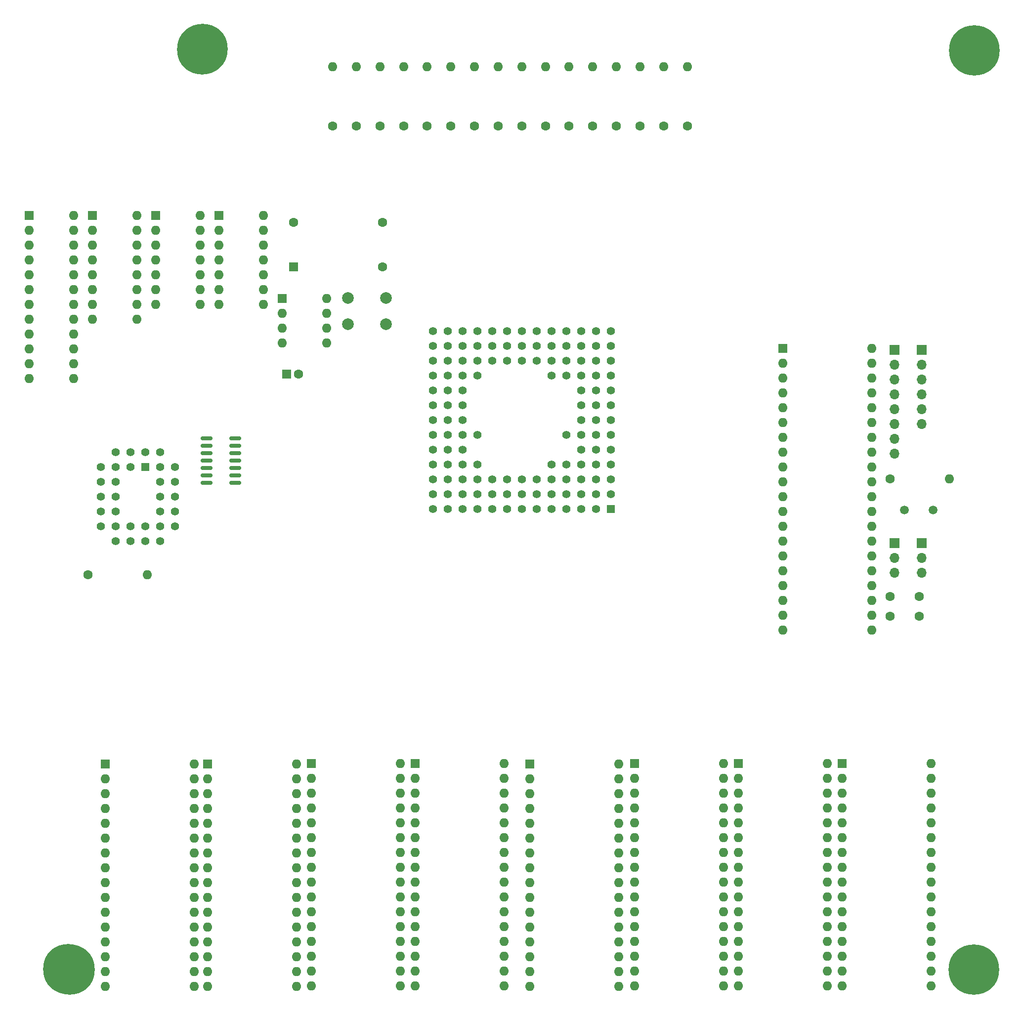
<source format=gtl>
%TF.GenerationSoftware,KiCad,Pcbnew,7.0.10*%
%TF.CreationDate,2024-01-18T14:13:19+02:00*%
%TF.ProjectId,jox030,6a6f7830-3330-42e6-9b69-6361645f7063,rev?*%
%TF.SameCoordinates,Original*%
%TF.FileFunction,Copper,L1,Top*%
%TF.FilePolarity,Positive*%
%FSLAX46Y46*%
G04 Gerber Fmt 4.6, Leading zero omitted, Abs format (unit mm)*
G04 Created by KiCad (PCBNEW 7.0.10) date 2024-01-18 14:13:19*
%MOMM*%
%LPD*%
G01*
G04 APERTURE LIST*
G04 Aperture macros list*
%AMRoundRect*
0 Rectangle with rounded corners*
0 $1 Rounding radius*
0 $2 $3 $4 $5 $6 $7 $8 $9 X,Y pos of 4 corners*
0 Add a 4 corners polygon primitive as box body*
4,1,4,$2,$3,$4,$5,$6,$7,$8,$9,$2,$3,0*
0 Add four circle primitives for the rounded corners*
1,1,$1+$1,$2,$3*
1,1,$1+$1,$4,$5*
1,1,$1+$1,$6,$7*
1,1,$1+$1,$8,$9*
0 Add four rect primitives between the rounded corners*
20,1,$1+$1,$2,$3,$4,$5,0*
20,1,$1+$1,$4,$5,$6,$7,0*
20,1,$1+$1,$6,$7,$8,$9,0*
20,1,$1+$1,$8,$9,$2,$3,0*%
G04 Aperture macros list end*
%TA.AperFunction,ComponentPad*%
%ADD10C,1.500000*%
%TD*%
%TA.AperFunction,ComponentPad*%
%ADD11R,1.600000X1.600000*%
%TD*%
%TA.AperFunction,ComponentPad*%
%ADD12O,1.600000X1.600000*%
%TD*%
%TA.AperFunction,ComponentPad*%
%ADD13R,1.397000X1.397000*%
%TD*%
%TA.AperFunction,ComponentPad*%
%ADD14C,1.397000*%
%TD*%
%TA.AperFunction,ComponentPad*%
%ADD15C,1.600000*%
%TD*%
%TA.AperFunction,ComponentPad*%
%ADD16R,1.700000X1.700000*%
%TD*%
%TA.AperFunction,ComponentPad*%
%ADD17O,1.700000X1.700000*%
%TD*%
%TA.AperFunction,SMDPad,CuDef*%
%ADD18RoundRect,0.150000X-0.825000X-0.150000X0.825000X-0.150000X0.825000X0.150000X-0.825000X0.150000X0*%
%TD*%
%TA.AperFunction,ComponentPad*%
%ADD19R,1.422400X1.422400*%
%TD*%
%TA.AperFunction,ComponentPad*%
%ADD20C,1.422400*%
%TD*%
%TA.AperFunction,ComponentPad*%
%ADD21C,0.900000*%
%TD*%
%TA.AperFunction,ComponentPad*%
%ADD22C,8.600000*%
%TD*%
%TA.AperFunction,ComponentPad*%
%ADD23C,2.000000*%
%TD*%
G04 APERTURE END LIST*
D10*
%TO.P,Y1,1,1*%
%TO.N,Net-(U16-X2)*%
X168170000Y-98820000D03*
%TO.P,Y1,2,2*%
%TO.N,Net-(U16-X1{slash}CLK)*%
X173070000Y-98820000D03*
%TD*%
D11*
%TO.P,U16,1,RS1*%
%TO.N,/A0*%
X147320000Y-71120000D03*
D12*
%TO.P,U16,2,IP3*%
%TO.N,Net-(J2-Pin_4)*%
X147320000Y-73660000D03*
%TO.P,U16,3,RS2*%
%TO.N,/A1*%
X147320000Y-76200000D03*
%TO.P,U16,4,IP1*%
%TO.N,Net-(J2-Pin_2)*%
X147320000Y-78740000D03*
%TO.P,U16,5,RS3*%
%TO.N,/A2*%
X147320000Y-81280000D03*
%TO.P,U16,6,RS4*%
%TO.N,/A3*%
X147320000Y-83820000D03*
%TO.P,U16,7,IP0*%
%TO.N,Net-(J2-Pin_1)*%
X147320000Y-86360000D03*
%TO.P,U16,8,R/W*%
%TO.N,/R\u002C~{W}*%
X147320000Y-88900000D03*
%TO.P,U16,9,DTACK*%
%TO.N,/{slash}UDTACK*%
X147320000Y-91440000D03*
%TO.P,U16,10,RXDB*%
%TO.N,Net-(J4-Pin_2)*%
X147320000Y-93980000D03*
%TO.P,U16,11,TXDB*%
%TO.N,Net-(J4-Pin_1)*%
X147320000Y-96520000D03*
%TO.P,U16,12,OP1*%
%TO.N,Net-(J1-Pin_2)*%
X147320000Y-99060000D03*
%TO.P,U16,13,OP3*%
%TO.N,Net-(J1-Pin_4)*%
X147320000Y-101600000D03*
%TO.P,U16,14,OP5*%
%TO.N,Net-(J1-Pin_6)*%
X147320000Y-104140000D03*
%TO.P,U16,15,OP7*%
%TO.N,Net-(J1-Pin_8)*%
X147320000Y-106680000D03*
%TO.P,U16,16,D1*%
%TO.N,/D25*%
X147320000Y-109220000D03*
%TO.P,U16,17,D3*%
%TO.N,/D27*%
X147320000Y-111760000D03*
%TO.P,U16,18,D5*%
%TO.N,/D29*%
X147320000Y-114300000D03*
%TO.P,U16,19,D7*%
%TO.N,/D31*%
X147320000Y-116840000D03*
%TO.P,U16,20,GND*%
%TO.N,GND*%
X147320000Y-119380000D03*
%TO.P,U16,21,IRQ*%
%TO.N,/{slash}INT5*%
X162560000Y-119380000D03*
%TO.P,U16,22,D6*%
%TO.N,/D30*%
X162560000Y-116840000D03*
%TO.P,U16,23,D4*%
%TO.N,/D28*%
X162560000Y-114300000D03*
%TO.P,U16,24,D2*%
%TO.N,/D26*%
X162560000Y-111760000D03*
%TO.P,U16,25,D0*%
%TO.N,/D24*%
X162560000Y-109220000D03*
%TO.P,U16,26,OP6*%
%TO.N,Net-(J1-Pin_7)*%
X162560000Y-106680000D03*
%TO.P,U16,27,OP4*%
%TO.N,Net-(J1-Pin_5)*%
X162560000Y-104140000D03*
%TO.P,U16,28,OP2*%
%TO.N,Net-(J1-Pin_3)*%
X162560000Y-101600000D03*
%TO.P,U16,29,OP0*%
%TO.N,Net-(J1-Pin_1)*%
X162560000Y-99060000D03*
%TO.P,U16,30,TXDA*%
%TO.N,Net-(J3-Pin_1)*%
X162560000Y-96520000D03*
%TO.P,U16,31,RXDA*%
%TO.N,Net-(J3-Pin_2)*%
X162560000Y-93980000D03*
%TO.P,U16,32,X1/CLK*%
%TO.N,Net-(U16-X1{slash}CLK)*%
X162560000Y-91440000D03*
%TO.P,U16,33,X2*%
%TO.N,Net-(U16-X2)*%
X162560000Y-88900000D03*
%TO.P,U16,34,RESET*%
%TO.N,/~{RST}*%
X162560000Y-86360000D03*
%TO.P,U16,35,CS*%
%TO.N,/DUART*%
X162560000Y-83820000D03*
%TO.P,U16,36,IP2*%
%TO.N,Net-(J2-Pin_3)*%
X162560000Y-81280000D03*
%TO.P,U16,37,IACK*%
%TO.N,Net-(U16-IACK)*%
X162560000Y-78740000D03*
%TO.P,U16,38,IP5*%
%TO.N,Net-(J2-Pin_6)*%
X162560000Y-76200000D03*
%TO.P,U16,39,IP4*%
%TO.N,Net-(J2-Pin_5)*%
X162560000Y-73660000D03*
%TO.P,U16,40,VCC*%
%TO.N,+5V*%
X162560000Y-71120000D03*
%TD*%
D13*
%TO.P,U1,A1,BR*%
%TO.N,Net-(U1-BR)*%
X117892000Y-98620000D03*
D14*
%TO.P,U1,A2,A0*%
%TO.N,/A0*%
X115352000Y-98620000D03*
%TO.P,U1,A3,A30*%
%TO.N,/A30*%
X112812000Y-98620000D03*
%TO.P,U1,A4,A28*%
%TO.N,/A28*%
X110272000Y-98620000D03*
%TO.P,U1,A5,A26*%
%TO.N,/A26*%
X107732000Y-98620000D03*
%TO.P,U1,A6,A24*%
%TO.N,/A24*%
X105192000Y-98620000D03*
%TO.P,U1,A7,A23*%
%TO.N,/A23*%
X102652000Y-98620000D03*
%TO.P,U1,A8,A21*%
%TO.N,/A21*%
X100112000Y-98620000D03*
%TO.P,U1,A9,A19*%
%TO.N,/A19*%
X97572000Y-98620000D03*
%TO.P,U1,A10,A17*%
%TO.N,/A17*%
X95032000Y-98620000D03*
%TO.P,U1,A11,A15*%
%TO.N,/A15*%
X92492000Y-98620000D03*
%TO.P,U1,A12,A13*%
%TO.N,/A13*%
X89952000Y-98620000D03*
%TO.P,U1,A13,A10*%
%TO.N,/A10*%
X87412000Y-98620000D03*
%TO.P,U1,B1,RMC*%
%TO.N,unconnected-(U1-RMC-PadB1)*%
X117892000Y-96080000D03*
%TO.P,U1,B2,BG*%
%TO.N,unconnected-(U1-BG-PadB2)*%
X115352000Y-96080000D03*
%TO.P,U1,B3,A31*%
%TO.N,/A31*%
X112812000Y-96080000D03*
%TO.P,U1,B4,A29*%
%TO.N,/A29*%
X110272000Y-96080000D03*
%TO.P,U1,B5,A27*%
%TO.N,/A27*%
X107732000Y-96080000D03*
%TO.P,U1,B6,A25*%
%TO.N,/A25*%
X105192000Y-96080000D03*
%TO.P,U1,B7,A22*%
%TO.N,/A22*%
X102652000Y-96080000D03*
%TO.P,U1,B8,A20*%
%TO.N,/A20*%
X100112000Y-96080000D03*
%TO.P,U1,B9,A16*%
%TO.N,/A16*%
X97572000Y-96080000D03*
%TO.P,U1,B10,A14*%
%TO.N,/A14*%
X95032000Y-96080000D03*
%TO.P,U1,B11,A12*%
%TO.N,/A12*%
X92492000Y-96080000D03*
%TO.P,U1,B12,A8*%
%TO.N,/A8*%
X89952000Y-96080000D03*
%TO.P,U1,B13,A7*%
%TO.N,/A7*%
X87412000Y-96080000D03*
%TO.P,U1,C1,FC1*%
%TO.N,Net-(U1-FC1)*%
X117892000Y-93540000D03*
%TO.P,U1,C2,CIOUT*%
%TO.N,unconnected-(U1-CIOUT-PadC2)*%
X115352000Y-93540000D03*
%TO.P,U1,C3,BGACK*%
%TO.N,Net-(U1-BGACK)*%
X112812000Y-93540000D03*
%TO.P,U1,C4,A1*%
%TO.N,/A1*%
X110272000Y-93540000D03*
%TO.P,U1,C5,GND*%
%TO.N,GND*%
X107732000Y-93540000D03*
%TO.P,U1,C6,VCC*%
%TO.N,+5V*%
X105192000Y-93540000D03*
%TO.P,U1,C7,GND*%
%TO.N,GND*%
X102652000Y-93540000D03*
%TO.P,U1,C8,A18*%
%TO.N,/A18*%
X100112000Y-93540000D03*
%TO.P,U1,C9,GND*%
%TO.N,GND*%
X97572000Y-93540000D03*
%TO.P,U1,C10,A11*%
%TO.N,/A11*%
X95032000Y-93540000D03*
%TO.P,U1,C11,A9*%
%TO.N,/A9*%
X92492000Y-93540000D03*
%TO.P,U1,C12,A5*%
%TO.N,/A5*%
X89952000Y-93540000D03*
%TO.P,U1,C13,A4*%
%TO.N,/A4*%
X87412000Y-93540000D03*
%TO.P,U1,D1,FC2*%
%TO.N,Net-(U1-FC2)*%
X117892000Y-91000000D03*
%TO.P,U1,D2,FC0*%
%TO.N,Net-(U1-FC0)*%
X115352000Y-91000000D03*
%TO.P,U1,D3,OCS*%
%TO.N,unconnected-(U1-OCS-PadD3)*%
X112812000Y-91000000D03*
%TO.P,U1,D4,VCC*%
%TO.N,+5V*%
X110272000Y-91000000D03*
%TO.P,U1,D5,NC*%
%TO.N,unconnected-(U1-NC-PadD5)*%
X107732000Y-91000000D03*
%TO.P,U1,D10,VCC*%
%TO.N,+5V*%
X95032000Y-91000000D03*
%TO.P,U1,D11,A6*%
%TO.N,/A6*%
X92492000Y-91000000D03*
%TO.P,U1,D12,A3*%
%TO.N,/A3*%
X89952000Y-91000000D03*
%TO.P,U1,D13,A2*%
%TO.N,/A2*%
X87412000Y-91000000D03*
%TO.P,U1,E1,CLK*%
%TO.N,Net-(U1-CLK)*%
X117892000Y-88460000D03*
%TO.P,U1,E2,AVEC*%
%TO.N,Net-(U1-AVEC)*%
X115352000Y-88460000D03*
%TO.P,U1,E3,GND*%
%TO.N,GND*%
X112812000Y-88460000D03*
%TO.P,U1,E11,GND*%
X92492000Y-88460000D03*
%TO.P,U1,E12,NC*%
%TO.N,unconnected-(U1-NC-PadE12)*%
X89952000Y-88460000D03*
%TO.P,U1,E13,IPEND*%
%TO.N,unconnected-(U1-IPEND-PadE13)*%
X87412000Y-88460000D03*
%TO.P,U1,F1,DSACK0*%
%TO.N,unconnected-(U1-DSACK0-PadF1)*%
X117892000Y-85920000D03*
%TO.P,U1,F2,VCC*%
%TO.N,+5V*%
X115352000Y-85920000D03*
%TO.P,U1,F3,GND*%
%TO.N,GND*%
X112812000Y-85920000D03*
%TO.P,U1,F4,NC*%
%TO.N,unconnected-(U1-NC-PadF4)*%
X110272000Y-85920000D03*
%TO.P,U1,F10,NC*%
%TO.N,unconnected-(U1-NC-PadF10)*%
X95032000Y-85920000D03*
%TO.P,U1,F11,VCC*%
%TO.N,+5V*%
X92492000Y-85920000D03*
%TO.P,U1,F12,RESET*%
%TO.N,/~{RST}*%
X89952000Y-85920000D03*
%TO.P,U1,F13,MMUDIS*%
%TO.N,Net-(U1-MMUDIS)*%
X87412000Y-85920000D03*
%TO.P,U1,G1,STERM*%
%TO.N,Net-(U1-STERM)*%
X117892000Y-83380000D03*
%TO.P,U1,G2,DSACK1*%
%TO.N,unconnected-(U1-DSACK1-PadG2)*%
X115352000Y-83380000D03*
%TO.P,U1,G3,GND*%
%TO.N,GND*%
X112812000Y-83380000D03*
%TO.P,U1,G11,GND*%
X92492000Y-83380000D03*
%TO.P,U1,G12,IPL2*%
%TO.N,/~{IPL2}*%
X89952000Y-83380000D03*
%TO.P,U1,G13,IPL1*%
%TO.N,/~{IPL1}*%
X87412000Y-83380000D03*
%TO.P,U1,H1,BERR*%
%TO.N,unconnected-(U1-BERR-PadH1)*%
X117892000Y-80840000D03*
%TO.P,U1,H2,HALT*%
%TO.N,Net-(U1-HALT)*%
X115352000Y-80840000D03*
%TO.P,U1,H3,VCC*%
%TO.N,+5V*%
X112812000Y-80840000D03*
%TO.P,U1,H11,VCC*%
X92492000Y-80840000D03*
%TO.P,U1,H12,CDIS*%
%TO.N,Net-(U1-CDIS)*%
X89952000Y-80840000D03*
%TO.P,U1,H13,IPL0*%
%TO.N,/~{IPL0}*%
X87412000Y-80840000D03*
%TO.P,U1,J1,CBACK*%
%TO.N,Net-(U1-CBACK)*%
X117892000Y-78300000D03*
%TO.P,U1,J2,AS*%
%TO.N,unconnected-(U1-AS-PadJ2)*%
X115352000Y-78300000D03*
%TO.P,U1,J3,GND*%
%TO.N,GND*%
X112812000Y-78300000D03*
%TO.P,U1,J11,GND*%
X92492000Y-78300000D03*
%TO.P,U1,J12,STATUS*%
%TO.N,unconnected-(U1-STATUS-PadJ12)*%
X89952000Y-78300000D03*
%TO.P,U1,J13,REFILL*%
%TO.N,unconnected-(U1-REFILL-PadJ13)*%
X87412000Y-78300000D03*
%TO.P,U1,K1,CBREQ*%
%TO.N,unconnected-(U1-CBREQ-PadK1)*%
X117892000Y-75760000D03*
%TO.P,U1,K2,DS*%
%TO.N,/{slash}DS*%
X115352000Y-75760000D03*
%TO.P,U1,K3,SIZ1*%
%TO.N,/SIZ1*%
X112812000Y-75760000D03*
%TO.P,U1,K4,VCC*%
%TO.N,+5V*%
X110272000Y-75760000D03*
%TO.P,U1,K5,NC*%
%TO.N,unconnected-(U1-NC-PadK5)*%
X107732000Y-75760000D03*
%TO.P,U1,K10,VCC*%
%TO.N,+5V*%
X95032000Y-75760000D03*
%TO.P,U1,K11,D5*%
%TO.N,/D5*%
X92492000Y-75760000D03*
%TO.P,U1,K12,D1*%
%TO.N,/D1*%
X89952000Y-75760000D03*
%TO.P,U1,K13,D0*%
%TO.N,/D0*%
X87412000Y-75760000D03*
%TO.P,U1,L1,CIIN*%
%TO.N,Net-(U1-CIIN)*%
X117892000Y-73220000D03*
%TO.P,U1,L2,SIZ0*%
%TO.N,/SIZ0*%
X115352000Y-73220000D03*
%TO.P,U1,L3,R/W*%
%TO.N,/R{slash}W*%
X112812000Y-73220000D03*
%TO.P,U1,L4,D30*%
%TO.N,/D30*%
X110272000Y-73220000D03*
%TO.P,U1,L5,GND*%
%TO.N,GND*%
X107732000Y-73220000D03*
%TO.P,U1,L6,VCC*%
%TO.N,+5V*%
X105192000Y-73220000D03*
%TO.P,U1,L7,GND*%
%TO.N,GND*%
X102652000Y-73220000D03*
%TO.P,U1,L8,GND*%
X100112000Y-73220000D03*
%TO.P,U1,L9,GND*%
X97572000Y-73220000D03*
%TO.P,U1,L10,D10*%
%TO.N,/D10*%
X95032000Y-73220000D03*
%TO.P,U1,L11,D7*%
%TO.N,/D7*%
X92492000Y-73220000D03*
%TO.P,U1,L12,D4*%
%TO.N,/D4*%
X89952000Y-73220000D03*
%TO.P,U1,L13,D2*%
%TO.N,/D2*%
X87412000Y-73220000D03*
%TO.P,U1,M1,DBEN*%
%TO.N,unconnected-(U1-DBEN-PadM1)*%
X117892000Y-70680000D03*
%TO.P,U1,M2,ECS*%
%TO.N,unconnected-(U1-ECS-PadM2)*%
X115352000Y-70680000D03*
%TO.P,U1,M3,D29*%
%TO.N,/D29*%
X112812000Y-70680000D03*
%TO.P,U1,M4,D27*%
%TO.N,/D27*%
X110272000Y-70680000D03*
%TO.P,U1,M5,D24*%
%TO.N,/D24*%
X107732000Y-70680000D03*
%TO.P,U1,M6,D22*%
%TO.N,/D22*%
X105192000Y-70680000D03*
%TO.P,U1,M7,D20*%
%TO.N,/D20*%
X102652000Y-70680000D03*
%TO.P,U1,M8,D17*%
%TO.N,/D17*%
X100112000Y-70680000D03*
%TO.P,U1,M9,D14*%
%TO.N,/D14*%
X97572000Y-70680000D03*
%TO.P,U1,M10,D12*%
%TO.N,/D12*%
X95032000Y-70680000D03*
%TO.P,U1,M11,D9*%
%TO.N,/D9*%
X92492000Y-70680000D03*
%TO.P,U1,M12,D6*%
%TO.N,/D6*%
X89952000Y-70680000D03*
%TO.P,U1,M13,D3*%
%TO.N,/D3*%
X87412000Y-70680000D03*
%TO.P,U1,N1,D31*%
%TO.N,/D31*%
X117892000Y-68140000D03*
%TO.P,U1,N2,D28*%
%TO.N,/D28*%
X115352000Y-68140000D03*
%TO.P,U1,N3,D26*%
%TO.N,/D26*%
X112812000Y-68140000D03*
%TO.P,U1,N4,D25*%
%TO.N,/D25*%
X110272000Y-68140000D03*
%TO.P,U1,N5,D23*%
%TO.N,/D23*%
X107732000Y-68140000D03*
%TO.P,U1,N6,D21*%
%TO.N,/D21*%
X105192000Y-68140000D03*
%TO.P,U1,N7,D19*%
%TO.N,/D19*%
X102652000Y-68140000D03*
%TO.P,U1,N8,D18*%
%TO.N,/D18*%
X100112000Y-68140000D03*
%TO.P,U1,N9,D16*%
%TO.N,/D16*%
X97572000Y-68140000D03*
%TO.P,U1,N10,D15*%
%TO.N,/D15*%
X95032000Y-68140000D03*
%TO.P,U1,N11,D13*%
%TO.N,/D13*%
X92492000Y-68140000D03*
%TO.P,U1,N12,D11*%
%TO.N,/D11*%
X89952000Y-68140000D03*
%TO.P,U1,N13,D8*%
%TO.N,/D8*%
X87412000Y-68140000D03*
%TD*%
D15*
%TO.P,R18,1*%
%TO.N,+5V*%
X165720000Y-93470000D03*
D12*
%TO.P,R18,2*%
%TO.N,Net-(U16-IACK)*%
X175880000Y-93470000D03*
%TD*%
D16*
%TO.P,J4,1,Pin_1*%
%TO.N,Net-(J4-Pin_1)*%
X171120000Y-104470000D03*
D17*
%TO.P,J4,2,Pin_2*%
%TO.N,Net-(J4-Pin_2)*%
X171120000Y-107010000D03*
%TO.P,J4,3,Pin_3*%
%TO.N,GND*%
X171120000Y-109550000D03*
%TD*%
D16*
%TO.P,J3,1,Pin_1*%
%TO.N,Net-(J3-Pin_1)*%
X166470000Y-104470000D03*
D17*
%TO.P,J3,2,Pin_2*%
%TO.N,Net-(J3-Pin_2)*%
X166470000Y-107010000D03*
%TO.P,J3,3,Pin_3*%
%TO.N,GND*%
X166470000Y-109550000D03*
%TD*%
D16*
%TO.P,J2,1,Pin_1*%
%TO.N,Net-(J2-Pin_1)*%
X171120000Y-71370000D03*
D17*
%TO.P,J2,2,Pin_2*%
%TO.N,Net-(J2-Pin_2)*%
X171120000Y-73910000D03*
%TO.P,J2,3,Pin_3*%
%TO.N,Net-(J2-Pin_3)*%
X171120000Y-76450000D03*
%TO.P,J2,4,Pin_4*%
%TO.N,Net-(J2-Pin_4)*%
X171120000Y-78990000D03*
%TO.P,J2,5,Pin_5*%
%TO.N,Net-(J2-Pin_5)*%
X171120000Y-81530000D03*
%TO.P,J2,6,Pin_6*%
%TO.N,Net-(J2-Pin_6)*%
X171120000Y-84070000D03*
%TD*%
D16*
%TO.P,J1,1,Pin_1*%
%TO.N,Net-(J1-Pin_1)*%
X166470000Y-71370000D03*
D17*
%TO.P,J1,2,Pin_2*%
%TO.N,Net-(J1-Pin_2)*%
X166470000Y-73910000D03*
%TO.P,J1,3,Pin_3*%
%TO.N,Net-(J1-Pin_3)*%
X166470000Y-76450000D03*
%TO.P,J1,4,Pin_4*%
%TO.N,Net-(J1-Pin_4)*%
X166470000Y-78990000D03*
%TO.P,J1,5,Pin_5*%
%TO.N,Net-(J1-Pin_5)*%
X166470000Y-81530000D03*
%TO.P,J1,6,Pin_6*%
%TO.N,Net-(J1-Pin_6)*%
X166470000Y-84070000D03*
%TO.P,J1,7,Pin_7*%
%TO.N,Net-(J1-Pin_7)*%
X166470000Y-86610000D03*
%TO.P,J1,8,Pin_8*%
%TO.N,Net-(J1-Pin_8)*%
X166470000Y-89150000D03*
%TD*%
D15*
%TO.P,C3,1*%
%TO.N,Net-(U16-X2)*%
X165720000Y-117020000D03*
%TO.P,C3,2*%
%TO.N,GND*%
X170720000Y-117020000D03*
%TD*%
%TO.P,C2,1*%
%TO.N,Net-(U16-X1{slash}CLK)*%
X165720000Y-113570000D03*
%TO.P,C2,2*%
%TO.N,GND*%
X170720000Y-113570000D03*
%TD*%
D18*
%TO.P,U15,1*%
%TO.N,Net-(U2-Q)*%
X48635000Y-86490000D03*
%TO.P,U15,2*%
%TO.N,/~{RST}*%
X48635000Y-87760000D03*
%TO.P,U15,3*%
%TO.N,unconnected-(U15-Pad3)*%
X48635000Y-89030000D03*
%TO.P,U15,4*%
%TO.N,unconnected-(U15-Pad4)*%
X48635000Y-90300000D03*
%TO.P,U15,5*%
%TO.N,unconnected-(U15-Pad5)*%
X48635000Y-91570000D03*
%TO.P,U15,6*%
%TO.N,unconnected-(U15-Pad6)*%
X48635000Y-92840000D03*
%TO.P,U15,7,GND*%
%TO.N,GND*%
X48635000Y-94110000D03*
%TO.P,U15,8*%
%TO.N,unconnected-(U15-Pad8)*%
X53585000Y-94110000D03*
%TO.P,U15,9*%
%TO.N,unconnected-(U15-Pad9)*%
X53585000Y-92840000D03*
%TO.P,U15,10*%
%TO.N,unconnected-(U15-Pad10)*%
X53585000Y-91570000D03*
%TO.P,U15,11*%
%TO.N,unconnected-(U15-Pad11)*%
X53585000Y-90300000D03*
%TO.P,U15,12*%
%TO.N,unconnected-(U15-Pad12)*%
X53585000Y-89030000D03*
%TO.P,U15,13*%
%TO.N,unconnected-(U15-Pad13)*%
X53585000Y-87760000D03*
%TO.P,U15,14,VCC*%
%TO.N,+5V*%
X53585000Y-86490000D03*
%TD*%
D19*
%TO.P,U14,1,A18*%
%TO.N,/A18*%
X38100000Y-91440000D03*
D20*
%TO.P,U14,2,A16*%
%TO.N,/A16*%
X35560000Y-88900000D03*
%TO.P,U14,3,A15*%
%TO.N,/A15*%
X35560000Y-91440000D03*
%TO.P,U14,4,A12*%
%TO.N,/A12*%
X33020000Y-88900000D03*
%TO.P,U14,5,A7*%
%TO.N,/A7*%
X30480000Y-91440000D03*
%TO.P,U14,6,A6*%
%TO.N,/A6*%
X33020000Y-91440000D03*
%TO.P,U14,7,A5*%
%TO.N,/A5*%
X30480000Y-93980000D03*
%TO.P,U14,8,A4*%
%TO.N,/A4*%
X33020000Y-93980000D03*
%TO.P,U14,9,A3*%
%TO.N,/A3*%
X30480000Y-96520000D03*
%TO.P,U14,10,A2*%
%TO.N,/A2*%
X33020000Y-96520000D03*
%TO.P,U14,11,A1*%
%TO.N,/A1*%
X30480000Y-99060000D03*
%TO.P,U14,12,A0*%
%TO.N,/A0*%
X33020000Y-99060000D03*
%TO.P,U14,13,D0*%
%TO.N,/D24*%
X30480000Y-101600000D03*
%TO.P,U14,14,D1*%
%TO.N,/D25*%
X33020000Y-104140000D03*
%TO.P,U14,15,D2*%
%TO.N,/D26*%
X33020000Y-101600000D03*
%TO.P,U14,16,GND*%
%TO.N,GND*%
X35560000Y-104140000D03*
%TO.P,U14,17,D3*%
%TO.N,/D27*%
X35560000Y-101600000D03*
%TO.P,U14,18,D4*%
%TO.N,/D28*%
X38100000Y-104140000D03*
%TO.P,U14,19,D5*%
%TO.N,/D29*%
X38100000Y-101600000D03*
%TO.P,U14,20,D6*%
%TO.N,/D30*%
X40640000Y-104140000D03*
%TO.P,U14,21,D7*%
%TO.N,/D31*%
X43180000Y-101600000D03*
%TO.P,U14,22,CE*%
%TO.N,/{slash}ROM*%
X40640000Y-101600000D03*
%TO.P,U14,23,A10*%
%TO.N,/A10*%
X43180000Y-99060000D03*
%TO.P,U14,24,OE*%
%TO.N,/{slash}R*%
X40640000Y-99060000D03*
%TO.P,U14,25,A11*%
%TO.N,/A11*%
X43180000Y-96520000D03*
%TO.P,U14,26,A9*%
%TO.N,/A9*%
X40640000Y-96520000D03*
%TO.P,U14,27,A8*%
%TO.N,/A8*%
X43180000Y-93980000D03*
%TO.P,U14,28,A13*%
%TO.N,/A13*%
X40640000Y-93980000D03*
%TO.P,U14,29,A14*%
%TO.N,/A14*%
X43180000Y-91440000D03*
%TO.P,U14,30,A17*%
%TO.N,/A17*%
X40640000Y-88900000D03*
%TO.P,U14,31,PGM*%
%TO.N,/{slash}UUW*%
X40640000Y-91440000D03*
%TO.P,U14,32,VCC*%
%TO.N,+5V*%
X38100000Y-88900000D03*
%TD*%
D15*
%TO.P,R17,1*%
%TO.N,+5V*%
X28350000Y-109870000D03*
D12*
%TO.P,R17,2*%
%TO.N,Net-(U1-STERM)*%
X38510000Y-109870000D03*
%TD*%
D21*
%TO.P,H1,1*%
%TO.N,N/C*%
X21926581Y-177540419D03*
X22871162Y-175260000D03*
X22871162Y-179820838D03*
X25151581Y-174315419D03*
D22*
X25151581Y-177540419D03*
D21*
X25151581Y-180765419D03*
X27432000Y-175260000D03*
X27432000Y-179820838D03*
X28376581Y-177540419D03*
%TD*%
%TO.P,H2,1*%
%TO.N,N/C*%
X176866581Y-177540419D03*
X177811162Y-175260000D03*
X177811162Y-179820838D03*
X180091581Y-174315419D03*
D22*
X180091581Y-177540419D03*
D21*
X180091581Y-180765419D03*
X182372000Y-175260000D03*
X182372000Y-179820838D03*
X183316581Y-177540419D03*
%TD*%
D11*
%TO.P,X1,1,EN*%
%TO.N,+5V*%
X63500000Y-57150000D03*
D15*
%TO.P,X1,7,GND*%
%TO.N,GND*%
X78740000Y-57150000D03*
%TO.P,X1,8,OUT*%
%TO.N,Net-(U1-CLK)*%
X78740000Y-49530000D03*
%TO.P,X1,14,Vcc*%
%TO.N,+5V*%
X63500000Y-49530000D03*
%TD*%
D11*
%TO.P,U22,1,OD/CLK*%
%TO.N,unconnected-(U22-OD{slash}CLK-Pad1)*%
X18220000Y-48290000D03*
D12*
%TO.P,U22,2,I0*%
%TO.N,/SIZ0*%
X18220000Y-50830000D03*
%TO.P,U22,3,I1*%
%TO.N,/SIZ1*%
X18220000Y-53370000D03*
%TO.P,U22,4,I2*%
%TO.N,/A0*%
X18220000Y-55910000D03*
%TO.P,U22,5,I3*%
%TO.N,/A1*%
X18220000Y-58450000D03*
%TO.P,U22,6,I4*%
%TO.N,/R{slash}W*%
X18220000Y-60990000D03*
%TO.P,U22,7,I5*%
%TO.N,/{slash}DS*%
X18220000Y-63530000D03*
%TO.P,U22,8,I6*%
%TO.N,unconnected-(U22-I6-Pad8)*%
X18220000Y-66070000D03*
%TO.P,U22,9,I7*%
%TO.N,unconnected-(U22-I7-Pad9)*%
X18220000Y-68610000D03*
%TO.P,U22,10,I8*%
%TO.N,unconnected-(U22-I8-Pad10)*%
X18220000Y-71150000D03*
%TO.P,U22,11,I9*%
%TO.N,unconnected-(U22-I9-Pad11)*%
X18220000Y-73690000D03*
%TO.P,U22,12,GND*%
%TO.N,GND*%
X18220000Y-76230000D03*
%TO.P,U22,13,CLK/OD*%
%TO.N,unconnected-(U22-CLK{slash}OD-Pad13)*%
X25840000Y-76230000D03*
%TO.P,U22,14,LR/O4*%
%TO.N,unconnected-(U22-LR{slash}O4-Pad14)*%
X25840000Y-73690000D03*
%TO.P,U22,15,A0/O3*%
%TO.N,unconnected-(U22-A0{slash}O3-Pad15)*%
X25840000Y-71150000D03*
%TO.P,U22,16,A1/O2*%
%TO.N,unconnected-(U22-A1{slash}O2-Pad16)*%
X25840000Y-68610000D03*
%TO.P,U22,17,A2/O1*%
%TO.N,/{slash}R*%
X25840000Y-66070000D03*
%TO.P,U22,18,NC/O0*%
%TO.N,/{slash}LW*%
X25840000Y-63530000D03*
%TO.P,U22,19,O4/NC*%
%TO.N,/{slash}UW*%
X25840000Y-60990000D03*
%TO.P,U22,20,O3/A2*%
%TO.N,/{slash}LLW*%
X25840000Y-58450000D03*
%TO.P,U22,21,O2/A1*%
%TO.N,/{slash}LMW*%
X25840000Y-55910000D03*
%TO.P,U22,22,O1/A0*%
%TO.N,/{slash}UMW*%
X25840000Y-53370000D03*
%TO.P,U22,23,O0/LR*%
%TO.N,/{slash}UUW*%
X25840000Y-50830000D03*
%TO.P,U22,24,VCC*%
%TO.N,+5V*%
X25840000Y-48290000D03*
%TD*%
D11*
%TO.P,U13,1,A18*%
%TO.N,/A20*%
X157480000Y-142240000D03*
D12*
%TO.P,U13,2,A16*%
%TO.N,/A18*%
X157480000Y-144780000D03*
%TO.P,U13,3,A14*%
%TO.N,/A16*%
X157480000Y-147320000D03*
%TO.P,U13,4,A12*%
%TO.N,/A14*%
X157480000Y-149860000D03*
%TO.P,U13,5,A7*%
%TO.N,/A9*%
X157480000Y-152400000D03*
%TO.P,U13,6,A6*%
%TO.N,/A8*%
X157480000Y-154940000D03*
%TO.P,U13,7,A5*%
%TO.N,/A7*%
X157480000Y-157480000D03*
%TO.P,U13,8,A4*%
%TO.N,/A6*%
X157480000Y-160020000D03*
%TO.P,U13,9,A3*%
%TO.N,/A5*%
X157480000Y-162560000D03*
%TO.P,U13,10,A2*%
%TO.N,/A4*%
X157480000Y-165100000D03*
%TO.P,U13,11,A1*%
%TO.N,/A3*%
X157480000Y-167640000D03*
%TO.P,U13,12,A0*%
%TO.N,/A2*%
X157480000Y-170180000D03*
%TO.P,U13,13,DQ0*%
%TO.N,/D8*%
X157480000Y-172720000D03*
%TO.P,U13,14,DQ1*%
%TO.N,/D9*%
X157480000Y-175260000D03*
%TO.P,U13,15,DQ2*%
%TO.N,/D10*%
X157480000Y-177800000D03*
%TO.P,U13,16,VSS*%
%TO.N,GND*%
X157480000Y-180340000D03*
%TO.P,U13,17,DQ3*%
%TO.N,/D11*%
X172720000Y-180340000D03*
%TO.P,U13,18,DQ4*%
%TO.N,/D12*%
X172720000Y-177800000D03*
%TO.P,U13,19,DQ5*%
%TO.N,/D13*%
X172720000Y-175260000D03*
%TO.P,U13,20,DQ6*%
%TO.N,/D14*%
X172720000Y-172720000D03*
%TO.P,U13,21,DQ7*%
%TO.N,/D15*%
X172720000Y-170180000D03*
%TO.P,U13,22,CE#*%
%TO.N,/{slash}B1*%
X172720000Y-167640000D03*
%TO.P,U13,23,A10*%
%TO.N,/A12*%
X172720000Y-165100000D03*
%TO.P,U13,24,OE#*%
%TO.N,/{slash}R*%
X172720000Y-162560000D03*
%TO.P,U13,25,A11*%
%TO.N,/A13*%
X172720000Y-160020000D03*
%TO.P,U13,26,A9*%
%TO.N,/A11*%
X172720000Y-157480000D03*
%TO.P,U13,27,A8*%
%TO.N,/A10*%
X172720000Y-154940000D03*
%TO.P,U13,28,A13*%
%TO.N,/A15*%
X172720000Y-152400000D03*
%TO.P,U13,29,WE#*%
%TO.N,/{slash}LMW*%
X172720000Y-149860000D03*
%TO.P,U13,30,A17*%
%TO.N,/A19*%
X172720000Y-147320000D03*
%TO.P,U13,31,A15*%
%TO.N,/A17*%
X172720000Y-144780000D03*
%TO.P,U13,32,VCC*%
%TO.N,+5V*%
X172720000Y-142240000D03*
%TD*%
D11*
%TO.P,U12,1,A18*%
%TO.N,/A20*%
X139700000Y-142240000D03*
D12*
%TO.P,U12,2,A16*%
%TO.N,/A18*%
X139700000Y-144780000D03*
%TO.P,U12,3,A14*%
%TO.N,/A16*%
X139700000Y-147320000D03*
%TO.P,U12,4,A12*%
%TO.N,/A14*%
X139700000Y-149860000D03*
%TO.P,U12,5,A7*%
%TO.N,/A9*%
X139700000Y-152400000D03*
%TO.P,U12,6,A6*%
%TO.N,/A8*%
X139700000Y-154940000D03*
%TO.P,U12,7,A5*%
%TO.N,/A7*%
X139700000Y-157480000D03*
%TO.P,U12,8,A4*%
%TO.N,/A6*%
X139700000Y-160020000D03*
%TO.P,U12,9,A3*%
%TO.N,/A5*%
X139700000Y-162560000D03*
%TO.P,U12,10,A2*%
%TO.N,/A4*%
X139700000Y-165100000D03*
%TO.P,U12,11,A1*%
%TO.N,/A3*%
X139700000Y-167640000D03*
%TO.P,U12,12,A0*%
%TO.N,/A2*%
X139700000Y-170180000D03*
%TO.P,U12,13,DQ0*%
%TO.N,/D0*%
X139700000Y-172720000D03*
%TO.P,U12,14,DQ1*%
%TO.N,/D1*%
X139700000Y-175260000D03*
%TO.P,U12,15,DQ2*%
%TO.N,/D2*%
X139700000Y-177800000D03*
%TO.P,U12,16,VSS*%
%TO.N,GND*%
X139700000Y-180340000D03*
%TO.P,U12,17,DQ3*%
%TO.N,/D3*%
X154940000Y-180340000D03*
%TO.P,U12,18,DQ4*%
%TO.N,/D4*%
X154940000Y-177800000D03*
%TO.P,U12,19,DQ5*%
%TO.N,/D5*%
X154940000Y-175260000D03*
%TO.P,U12,20,DQ6*%
%TO.N,/D6*%
X154940000Y-172720000D03*
%TO.P,U12,21,DQ7*%
%TO.N,/D7*%
X154940000Y-170180000D03*
%TO.P,U12,22,CE#*%
%TO.N,/{slash}B1*%
X154940000Y-167640000D03*
%TO.P,U12,23,A10*%
%TO.N,/A12*%
X154940000Y-165100000D03*
%TO.P,U12,24,OE#*%
%TO.N,/{slash}R*%
X154940000Y-162560000D03*
%TO.P,U12,25,A11*%
%TO.N,/A13*%
X154940000Y-160020000D03*
%TO.P,U12,26,A9*%
%TO.N,/A11*%
X154940000Y-157480000D03*
%TO.P,U12,27,A8*%
%TO.N,/A10*%
X154940000Y-154940000D03*
%TO.P,U12,28,A13*%
%TO.N,/A15*%
X154940000Y-152400000D03*
%TO.P,U12,29,WE#*%
%TO.N,/{slash}LLW*%
X154940000Y-149860000D03*
%TO.P,U12,30,A17*%
%TO.N,/A19*%
X154940000Y-147320000D03*
%TO.P,U12,31,A15*%
%TO.N,/A17*%
X154940000Y-144780000D03*
%TO.P,U12,32,VCC*%
%TO.N,+5V*%
X154940000Y-142240000D03*
%TD*%
D11*
%TO.P,U11,1,A18*%
%TO.N,/A20*%
X121920000Y-142240000D03*
D12*
%TO.P,U11,2,A16*%
%TO.N,/A18*%
X121920000Y-144780000D03*
%TO.P,U11,3,A14*%
%TO.N,/A16*%
X121920000Y-147320000D03*
%TO.P,U11,4,A12*%
%TO.N,/A14*%
X121920000Y-149860000D03*
%TO.P,U11,5,A7*%
%TO.N,/A9*%
X121920000Y-152400000D03*
%TO.P,U11,6,A6*%
%TO.N,/A8*%
X121920000Y-154940000D03*
%TO.P,U11,7,A5*%
%TO.N,/A7*%
X121920000Y-157480000D03*
%TO.P,U11,8,A4*%
%TO.N,/A6*%
X121920000Y-160020000D03*
%TO.P,U11,9,A3*%
%TO.N,/A5*%
X121920000Y-162560000D03*
%TO.P,U11,10,A2*%
%TO.N,/A4*%
X121920000Y-165100000D03*
%TO.P,U11,11,A1*%
%TO.N,/A3*%
X121920000Y-167640000D03*
%TO.P,U11,12,A0*%
%TO.N,/A2*%
X121920000Y-170180000D03*
%TO.P,U11,13,DQ0*%
%TO.N,/D24*%
X121920000Y-172720000D03*
%TO.P,U11,14,DQ1*%
%TO.N,/D25*%
X121920000Y-175260000D03*
%TO.P,U11,15,DQ2*%
%TO.N,/D26*%
X121920000Y-177800000D03*
%TO.P,U11,16,VSS*%
%TO.N,GND*%
X121920000Y-180340000D03*
%TO.P,U11,17,DQ3*%
%TO.N,/D27*%
X137160000Y-180340000D03*
%TO.P,U11,18,DQ4*%
%TO.N,/D28*%
X137160000Y-177800000D03*
%TO.P,U11,19,DQ5*%
%TO.N,/D29*%
X137160000Y-175260000D03*
%TO.P,U11,20,DQ6*%
%TO.N,/D30*%
X137160000Y-172720000D03*
%TO.P,U11,21,DQ7*%
%TO.N,/D31*%
X137160000Y-170180000D03*
%TO.P,U11,22,CE#*%
%TO.N,/{slash}B1*%
X137160000Y-167640000D03*
%TO.P,U11,23,A10*%
%TO.N,/A12*%
X137160000Y-165100000D03*
%TO.P,U11,24,OE#*%
%TO.N,/{slash}R*%
X137160000Y-162560000D03*
%TO.P,U11,25,A11*%
%TO.N,/A13*%
X137160000Y-160020000D03*
%TO.P,U11,26,A9*%
%TO.N,/A11*%
X137160000Y-157480000D03*
%TO.P,U11,27,A8*%
%TO.N,/A10*%
X137160000Y-154940000D03*
%TO.P,U11,28,A13*%
%TO.N,/A15*%
X137160000Y-152400000D03*
%TO.P,U11,29,WE#*%
%TO.N,/{slash}UUW*%
X137160000Y-149860000D03*
%TO.P,U11,30,A17*%
%TO.N,/A19*%
X137160000Y-147320000D03*
%TO.P,U11,31,A15*%
%TO.N,/A17*%
X137160000Y-144780000D03*
%TO.P,U11,32,VCC*%
%TO.N,+5V*%
X137160000Y-142240000D03*
%TD*%
D11*
%TO.P,U10,1,A18*%
%TO.N,/A20*%
X104032000Y-142296000D03*
D12*
%TO.P,U10,2,A16*%
%TO.N,/A18*%
X104032000Y-144836000D03*
%TO.P,U10,3,A14*%
%TO.N,/A16*%
X104032000Y-147376000D03*
%TO.P,U10,4,A12*%
%TO.N,/A14*%
X104032000Y-149916000D03*
%TO.P,U10,5,A7*%
%TO.N,/A9*%
X104032000Y-152456000D03*
%TO.P,U10,6,A6*%
%TO.N,/A8*%
X104032000Y-154996000D03*
%TO.P,U10,7,A5*%
%TO.N,/A7*%
X104032000Y-157536000D03*
%TO.P,U10,8,A4*%
%TO.N,/A6*%
X104032000Y-160076000D03*
%TO.P,U10,9,A3*%
%TO.N,/A5*%
X104032000Y-162616000D03*
%TO.P,U10,10,A2*%
%TO.N,/A4*%
X104032000Y-165156000D03*
%TO.P,U10,11,A1*%
%TO.N,/A3*%
X104032000Y-167696000D03*
%TO.P,U10,12,A0*%
%TO.N,/A2*%
X104032000Y-170236000D03*
%TO.P,U10,13,DQ0*%
%TO.N,/D16*%
X104032000Y-172776000D03*
%TO.P,U10,14,DQ1*%
%TO.N,/D17*%
X104032000Y-175316000D03*
%TO.P,U10,15,DQ2*%
%TO.N,/D18*%
X104032000Y-177856000D03*
%TO.P,U10,16,VSS*%
%TO.N,GND*%
X104032000Y-180396000D03*
%TO.P,U10,17,DQ3*%
%TO.N,/D19*%
X119272000Y-180396000D03*
%TO.P,U10,18,DQ4*%
%TO.N,/D20*%
X119272000Y-177856000D03*
%TO.P,U10,19,DQ5*%
%TO.N,/D21*%
X119272000Y-175316000D03*
%TO.P,U10,20,DQ6*%
%TO.N,/D22*%
X119272000Y-172776000D03*
%TO.P,U10,21,DQ7*%
%TO.N,/D23*%
X119272000Y-170236000D03*
%TO.P,U10,22,CE#*%
%TO.N,/{slash}B1*%
X119272000Y-167696000D03*
%TO.P,U10,23,A10*%
%TO.N,/A12*%
X119272000Y-165156000D03*
%TO.P,U10,24,OE#*%
%TO.N,/{slash}R*%
X119272000Y-162616000D03*
%TO.P,U10,25,A11*%
%TO.N,/A13*%
X119272000Y-160076000D03*
%TO.P,U10,26,A9*%
%TO.N,/A11*%
X119272000Y-157536000D03*
%TO.P,U10,27,A8*%
%TO.N,/A10*%
X119272000Y-154996000D03*
%TO.P,U10,28,A13*%
%TO.N,/A15*%
X119272000Y-152456000D03*
%TO.P,U10,29,WE#*%
%TO.N,/{slash}UMW*%
X119272000Y-149916000D03*
%TO.P,U10,30,A17*%
%TO.N,/A19*%
X119272000Y-147376000D03*
%TO.P,U10,31,A15*%
%TO.N,/A17*%
X119272000Y-144836000D03*
%TO.P,U10,32,VCC*%
%TO.N,+5V*%
X119272000Y-142296000D03*
%TD*%
D11*
%TO.P,U9,1,A18*%
%TO.N,/A20*%
X84328000Y-142240000D03*
D12*
%TO.P,U9,2,A16*%
%TO.N,/A18*%
X84328000Y-144780000D03*
%TO.P,U9,3,A14*%
%TO.N,/A16*%
X84328000Y-147320000D03*
%TO.P,U9,4,A12*%
%TO.N,/A14*%
X84328000Y-149860000D03*
%TO.P,U9,5,A7*%
%TO.N,/A9*%
X84328000Y-152400000D03*
%TO.P,U9,6,A6*%
%TO.N,/A8*%
X84328000Y-154940000D03*
%TO.P,U9,7,A5*%
%TO.N,/A7*%
X84328000Y-157480000D03*
%TO.P,U9,8,A4*%
%TO.N,/A6*%
X84328000Y-160020000D03*
%TO.P,U9,9,A3*%
%TO.N,/A5*%
X84328000Y-162560000D03*
%TO.P,U9,10,A2*%
%TO.N,/A4*%
X84328000Y-165100000D03*
%TO.P,U9,11,A1*%
%TO.N,/A3*%
X84328000Y-167640000D03*
%TO.P,U9,12,A0*%
%TO.N,/A2*%
X84328000Y-170180000D03*
%TO.P,U9,13,DQ0*%
%TO.N,/D24*%
X84328000Y-172720000D03*
%TO.P,U9,14,DQ1*%
%TO.N,/D25*%
X84328000Y-175260000D03*
%TO.P,U9,15,DQ2*%
%TO.N,/D26*%
X84328000Y-177800000D03*
%TO.P,U9,16,VSS*%
%TO.N,GND*%
X84328000Y-180340000D03*
%TO.P,U9,17,DQ3*%
%TO.N,/D27*%
X99568000Y-180340000D03*
%TO.P,U9,18,DQ4*%
%TO.N,/D28*%
X99568000Y-177800000D03*
%TO.P,U9,19,DQ5*%
%TO.N,/D29*%
X99568000Y-175260000D03*
%TO.P,U9,20,DQ6*%
%TO.N,/D30*%
X99568000Y-172720000D03*
%TO.P,U9,21,DQ7*%
%TO.N,/D31*%
X99568000Y-170180000D03*
%TO.P,U9,22,CE#*%
%TO.N,/{slash}B0*%
X99568000Y-167640000D03*
%TO.P,U9,23,A10*%
%TO.N,/A12*%
X99568000Y-165100000D03*
%TO.P,U9,24,OE#*%
%TO.N,/{slash}R*%
X99568000Y-162560000D03*
%TO.P,U9,25,A11*%
%TO.N,/A13*%
X99568000Y-160020000D03*
%TO.P,U9,26,A9*%
%TO.N,/A11*%
X99568000Y-157480000D03*
%TO.P,U9,27,A8*%
%TO.N,/A10*%
X99568000Y-154940000D03*
%TO.P,U9,28,A13*%
%TO.N,/A15*%
X99568000Y-152400000D03*
%TO.P,U9,29,WE#*%
%TO.N,/{slash}UUW*%
X99568000Y-149860000D03*
%TO.P,U9,30,A17*%
%TO.N,/A19*%
X99568000Y-147320000D03*
%TO.P,U9,31,A15*%
%TO.N,/A17*%
X99568000Y-144780000D03*
%TO.P,U9,32,VCC*%
%TO.N,+5V*%
X99568000Y-142240000D03*
%TD*%
D11*
%TO.P,U8,1,A18*%
%TO.N,/A20*%
X66548000Y-142240000D03*
D12*
%TO.P,U8,2,A16*%
%TO.N,/A18*%
X66548000Y-144780000D03*
%TO.P,U8,3,A14*%
%TO.N,/A16*%
X66548000Y-147320000D03*
%TO.P,U8,4,A12*%
%TO.N,/A14*%
X66548000Y-149860000D03*
%TO.P,U8,5,A7*%
%TO.N,/A9*%
X66548000Y-152400000D03*
%TO.P,U8,6,A6*%
%TO.N,/A8*%
X66548000Y-154940000D03*
%TO.P,U8,7,A5*%
%TO.N,/A7*%
X66548000Y-157480000D03*
%TO.P,U8,8,A4*%
%TO.N,/A6*%
X66548000Y-160020000D03*
%TO.P,U8,9,A3*%
%TO.N,/A5*%
X66548000Y-162560000D03*
%TO.P,U8,10,A2*%
%TO.N,/A4*%
X66548000Y-165100000D03*
%TO.P,U8,11,A1*%
%TO.N,/A3*%
X66548000Y-167640000D03*
%TO.P,U8,12,A0*%
%TO.N,/A2*%
X66548000Y-170180000D03*
%TO.P,U8,13,DQ0*%
%TO.N,/D16*%
X66548000Y-172720000D03*
%TO.P,U8,14,DQ1*%
%TO.N,/D17*%
X66548000Y-175260000D03*
%TO.P,U8,15,DQ2*%
%TO.N,/D18*%
X66548000Y-177800000D03*
%TO.P,U8,16,VSS*%
%TO.N,GND*%
X66548000Y-180340000D03*
%TO.P,U8,17,DQ3*%
%TO.N,/D19*%
X81788000Y-180340000D03*
%TO.P,U8,18,DQ4*%
%TO.N,/D20*%
X81788000Y-177800000D03*
%TO.P,U8,19,DQ5*%
%TO.N,/D21*%
X81788000Y-175260000D03*
%TO.P,U8,20,DQ6*%
%TO.N,/D22*%
X81788000Y-172720000D03*
%TO.P,U8,21,DQ7*%
%TO.N,/D23*%
X81788000Y-170180000D03*
%TO.P,U8,22,CE#*%
%TO.N,/{slash}B0*%
X81788000Y-167640000D03*
%TO.P,U8,23,A10*%
%TO.N,/A12*%
X81788000Y-165100000D03*
%TO.P,U8,24,OE#*%
%TO.N,/{slash}R*%
X81788000Y-162560000D03*
%TO.P,U8,25,A11*%
%TO.N,/A13*%
X81788000Y-160020000D03*
%TO.P,U8,26,A9*%
%TO.N,/A11*%
X81788000Y-157480000D03*
%TO.P,U8,27,A8*%
%TO.N,/A10*%
X81788000Y-154940000D03*
%TO.P,U8,28,A13*%
%TO.N,/A15*%
X81788000Y-152400000D03*
%TO.P,U8,29,WE#*%
%TO.N,/{slash}UMW*%
X81788000Y-149860000D03*
%TO.P,U8,30,A17*%
%TO.N,/A19*%
X81788000Y-147320000D03*
%TO.P,U8,31,A15*%
%TO.N,/A17*%
X81788000Y-144780000D03*
%TO.P,U8,32,VCC*%
%TO.N,+5V*%
X81788000Y-142240000D03*
%TD*%
D11*
%TO.P,U7,1,A18*%
%TO.N,/A20*%
X48832000Y-142296000D03*
D12*
%TO.P,U7,2,A16*%
%TO.N,/A18*%
X48832000Y-144836000D03*
%TO.P,U7,3,A14*%
%TO.N,/A16*%
X48832000Y-147376000D03*
%TO.P,U7,4,A12*%
%TO.N,/A14*%
X48832000Y-149916000D03*
%TO.P,U7,5,A7*%
%TO.N,/A9*%
X48832000Y-152456000D03*
%TO.P,U7,6,A6*%
%TO.N,/A8*%
X48832000Y-154996000D03*
%TO.P,U7,7,A5*%
%TO.N,/A7*%
X48832000Y-157536000D03*
%TO.P,U7,8,A4*%
%TO.N,/A6*%
X48832000Y-160076000D03*
%TO.P,U7,9,A3*%
%TO.N,/A5*%
X48832000Y-162616000D03*
%TO.P,U7,10,A2*%
%TO.N,/A4*%
X48832000Y-165156000D03*
%TO.P,U7,11,A1*%
%TO.N,/A3*%
X48832000Y-167696000D03*
%TO.P,U7,12,A0*%
%TO.N,/A2*%
X48832000Y-170236000D03*
%TO.P,U7,13,DQ0*%
%TO.N,/D8*%
X48832000Y-172776000D03*
%TO.P,U7,14,DQ1*%
%TO.N,/D9*%
X48832000Y-175316000D03*
%TO.P,U7,15,DQ2*%
%TO.N,/D10*%
X48832000Y-177856000D03*
%TO.P,U7,16,VSS*%
%TO.N,GND*%
X48832000Y-180396000D03*
%TO.P,U7,17,DQ3*%
%TO.N,/D11*%
X64072000Y-180396000D03*
%TO.P,U7,18,DQ4*%
%TO.N,/D12*%
X64072000Y-177856000D03*
%TO.P,U7,19,DQ5*%
%TO.N,/D13*%
X64072000Y-175316000D03*
%TO.P,U7,20,DQ6*%
%TO.N,/D14*%
X64072000Y-172776000D03*
%TO.P,U7,21,DQ7*%
%TO.N,/D15*%
X64072000Y-170236000D03*
%TO.P,U7,22,CE#*%
%TO.N,/{slash}B0*%
X64072000Y-167696000D03*
%TO.P,U7,23,A10*%
%TO.N,/A12*%
X64072000Y-165156000D03*
%TO.P,U7,24,OE#*%
%TO.N,/{slash}R*%
X64072000Y-162616000D03*
%TO.P,U7,25,A11*%
%TO.N,/A13*%
X64072000Y-160076000D03*
%TO.P,U7,26,A9*%
%TO.N,/A11*%
X64072000Y-157536000D03*
%TO.P,U7,27,A8*%
%TO.N,/A10*%
X64072000Y-154996000D03*
%TO.P,U7,28,A13*%
%TO.N,/A15*%
X64072000Y-152456000D03*
%TO.P,U7,29,WE#*%
%TO.N,/{slash}LMW*%
X64072000Y-149916000D03*
%TO.P,U7,30,A17*%
%TO.N,/A19*%
X64072000Y-147376000D03*
%TO.P,U7,31,A15*%
%TO.N,/A17*%
X64072000Y-144836000D03*
%TO.P,U7,32,VCC*%
%TO.N,+5V*%
X64072000Y-142296000D03*
%TD*%
%TO.P,U6,32,VCC*%
%TO.N,+5V*%
X46482000Y-142296000D03*
%TO.P,U6,31,A15*%
%TO.N,/A17*%
X46482000Y-144836000D03*
%TO.P,U6,30,A17*%
%TO.N,/A19*%
X46482000Y-147376000D03*
%TO.P,U6,29,WE#*%
%TO.N,/{slash}LLW*%
X46482000Y-149916000D03*
%TO.P,U6,28,A13*%
%TO.N,/A15*%
X46482000Y-152456000D03*
%TO.P,U6,27,A8*%
%TO.N,/A10*%
X46482000Y-154996000D03*
%TO.P,U6,26,A9*%
%TO.N,/A11*%
X46482000Y-157536000D03*
%TO.P,U6,25,A11*%
%TO.N,/A13*%
X46482000Y-160076000D03*
%TO.P,U6,24,OE#*%
%TO.N,/{slash}R*%
X46482000Y-162616000D03*
%TO.P,U6,23,A10*%
%TO.N,/A12*%
X46482000Y-165156000D03*
%TO.P,U6,22,CE#*%
%TO.N,/{slash}B0*%
X46482000Y-167696000D03*
%TO.P,U6,21,DQ7*%
%TO.N,/D7*%
X46482000Y-170236000D03*
%TO.P,U6,20,DQ6*%
%TO.N,/D6*%
X46482000Y-172776000D03*
%TO.P,U6,19,DQ5*%
%TO.N,/D5*%
X46482000Y-175316000D03*
%TO.P,U6,18,DQ4*%
%TO.N,/D4*%
X46482000Y-177856000D03*
%TO.P,U6,17,DQ3*%
%TO.N,/D3*%
X46482000Y-180396000D03*
%TO.P,U6,16,VSS*%
%TO.N,GND*%
X31242000Y-180396000D03*
%TO.P,U6,15,DQ2*%
%TO.N,/D2*%
X31242000Y-177856000D03*
%TO.P,U6,14,DQ1*%
%TO.N,/D1*%
X31242000Y-175316000D03*
%TO.P,U6,13,DQ0*%
%TO.N,/D0*%
X31242000Y-172776000D03*
%TO.P,U6,12,A0*%
%TO.N,/A2*%
X31242000Y-170236000D03*
%TO.P,U6,11,A1*%
%TO.N,/A3*%
X31242000Y-167696000D03*
%TO.P,U6,10,A2*%
%TO.N,/A4*%
X31242000Y-165156000D03*
%TO.P,U6,9,A3*%
%TO.N,/A5*%
X31242000Y-162616000D03*
%TO.P,U6,8,A4*%
%TO.N,/A6*%
X31242000Y-160076000D03*
%TO.P,U6,7,A5*%
%TO.N,/A7*%
X31242000Y-157536000D03*
%TO.P,U6,6,A6*%
%TO.N,/A8*%
X31242000Y-154996000D03*
%TO.P,U6,5,A7*%
%TO.N,/A9*%
X31242000Y-152456000D03*
%TO.P,U6,4,A12*%
%TO.N,/A14*%
X31242000Y-149916000D03*
%TO.P,U6,3,A14*%
%TO.N,/A16*%
X31242000Y-147376000D03*
%TO.P,U6,2,A16*%
%TO.N,/A18*%
X31242000Y-144836000D03*
D11*
%TO.P,U6,1,A18*%
%TO.N,/A20*%
X31242000Y-142296000D03*
%TD*%
%TO.P,U5,1,I4*%
%TO.N,/{slash}INT3*%
X29070000Y-48290000D03*
D12*
%TO.P,U5,2,I5*%
%TO.N,/{slash}INT4*%
X29070000Y-50830000D03*
%TO.P,U5,3,I6*%
%TO.N,/{slash}INT5*%
X29070000Y-53370000D03*
%TO.P,U5,4,I7*%
%TO.N,/{slash}INT6*%
X29070000Y-55910000D03*
%TO.P,U5,5,EI*%
%TO.N,GND*%
X29070000Y-58450000D03*
%TO.P,U5,6,S2*%
%TO.N,/~{IPL2}*%
X29070000Y-60990000D03*
%TO.P,U5,7,S1*%
%TO.N,/~{IPL1}*%
X29070000Y-63530000D03*
%TO.P,U5,8,GND*%
%TO.N,GND*%
X29070000Y-66070000D03*
%TO.P,U5,9,S0*%
%TO.N,/~{IPL0}*%
X36690000Y-66070000D03*
%TO.P,U5,10,IO*%
%TO.N,+5V*%
X36690000Y-63530000D03*
%TO.P,U5,11,I1*%
%TO.N,/{slash}INT0*%
X36690000Y-60990000D03*
%TO.P,U5,12,I2*%
%TO.N,/{slash}INT1*%
X36690000Y-58450000D03*
%TO.P,U5,13,I3*%
%TO.N,/{slash}INT2*%
X36690000Y-55910000D03*
%TO.P,U5,14,GS*%
%TO.N,unconnected-(U5-GS-Pad14)*%
X36690000Y-53370000D03*
%TO.P,U5,15,EO*%
%TO.N,unconnected-(U5-EO-Pad15)*%
X36690000Y-50830000D03*
%TO.P,U5,16,VCC*%
%TO.N,+5V*%
X36690000Y-48290000D03*
%TD*%
D11*
%TO.P,U4,1*%
%TO.N,unconnected-(U4-Pad1)*%
X50770000Y-48290000D03*
D12*
%TO.P,U4,2*%
%TO.N,unconnected-(U4-Pad2)*%
X50770000Y-50830000D03*
%TO.P,U4,3*%
%TO.N,unconnected-(U4-Pad3)*%
X50770000Y-53370000D03*
%TO.P,U4,4*%
%TO.N,Net-(U1-FC2)*%
X50770000Y-55910000D03*
%TO.P,U4,5*%
%TO.N,Net-(U1-FC1)*%
X50770000Y-58450000D03*
%TO.P,U4,6*%
%TO.N,Net-(U3-Pad4)*%
X50770000Y-60990000D03*
%TO.P,U4,7,GND*%
%TO.N,GND*%
X50770000Y-63530000D03*
%TO.P,U4,8*%
%TO.N,Net-(U3-Pad1)*%
X58390000Y-63530000D03*
%TO.P,U4,9*%
%TO.N,/A30*%
X58390000Y-60990000D03*
%TO.P,U4,10*%
%TO.N,/A31*%
X58390000Y-58450000D03*
%TO.P,U4,11*%
%TO.N,unconnected-(U4-Pad11)*%
X58390000Y-55910000D03*
%TO.P,U4,12*%
%TO.N,unconnected-(U4-Pad12)*%
X58390000Y-53370000D03*
%TO.P,U4,13*%
%TO.N,unconnected-(U4-Pad13)*%
X58390000Y-50830000D03*
%TO.P,U4,14,VCC*%
%TO.N,+5V*%
X58390000Y-48290000D03*
%TD*%
D11*
%TO.P,U3,1*%
%TO.N,Net-(U3-Pad1)*%
X39920000Y-48290000D03*
D12*
%TO.P,U3,2*%
%TO.N,/A31*%
X39920000Y-50830000D03*
%TO.P,U3,3*%
%TO.N,/{slash}IO*%
X39920000Y-53370000D03*
%TO.P,U3,4*%
%TO.N,Net-(U3-Pad4)*%
X39920000Y-55910000D03*
%TO.P,U3,5*%
%TO.N,Net-(U1-FC0)*%
X39920000Y-58450000D03*
%TO.P,U3,6*%
%TO.N,Net-(U1-AVEC)*%
X39920000Y-60990000D03*
%TO.P,U3,7,GND*%
%TO.N,GND*%
X39920000Y-63530000D03*
%TO.P,U3,8*%
%TO.N,Net-(U3-Pad12)*%
X47540000Y-63530000D03*
%TO.P,U3,9*%
%TO.N,/A30*%
X47540000Y-60990000D03*
%TO.P,U3,10*%
%TO.N,/A31*%
X47540000Y-58450000D03*
%TO.P,U3,11*%
%TO.N,/{slash}ROM*%
X47540000Y-55910000D03*
%TO.P,U3,12*%
%TO.N,Net-(U3-Pad12)*%
X47540000Y-53370000D03*
%TO.P,U3,13*%
%TO.N,/A31*%
X47540000Y-50830000D03*
%TO.P,U3,14,VCC*%
%TO.N,+5V*%
X47540000Y-48290000D03*
%TD*%
D11*
%TO.P,U2,1,GND*%
%TO.N,GND*%
X61620000Y-62540000D03*
D12*
%TO.P,U2,2,TR*%
%TO.N,Net-(U2-THR)*%
X61620000Y-65080000D03*
%TO.P,U2,3,Q*%
%TO.N,Net-(U2-Q)*%
X61620000Y-67620000D03*
%TO.P,U2,4,R*%
%TO.N,+5V*%
X61620000Y-70160000D03*
%TO.P,U2,5,CV*%
%TO.N,unconnected-(U2-CV-Pad5)*%
X69240000Y-70160000D03*
%TO.P,U2,6,THR*%
%TO.N,Net-(U2-THR)*%
X69240000Y-67620000D03*
%TO.P,U2,7,DIS*%
%TO.N,unconnected-(U2-DIS-Pad7)*%
X69240000Y-65080000D03*
%TO.P,U2,8,VCC*%
%TO.N,+5V*%
X69240000Y-62540000D03*
%TD*%
D23*
%TO.P,SW1,1,1*%
%TO.N,GND*%
X79370000Y-62490000D03*
X72870000Y-62490000D03*
%TO.P,SW1,2,2*%
%TO.N,Net-(U2-THR)*%
X79370000Y-66990000D03*
X72870000Y-66990000D03*
%TD*%
D15*
%TO.P,R16,1*%
%TO.N,+5V*%
X130980000Y-33020000D03*
D12*
%TO.P,R16,2*%
%TO.N,Net-(U1-CBACK)*%
X130980000Y-22860000D03*
%TD*%
D15*
%TO.P,R15,1*%
%TO.N,+5V*%
X126930000Y-33020000D03*
D12*
%TO.P,R15,2*%
%TO.N,Net-(U1-BR)*%
X126930000Y-22860000D03*
%TD*%
D15*
%TO.P,R14,1*%
%TO.N,+5V*%
X122880000Y-33020000D03*
D12*
%TO.P,R14,2*%
%TO.N,Net-(U1-BGACK)*%
X122880000Y-22860000D03*
%TD*%
D15*
%TO.P,R13,1*%
%TO.N,+5V*%
X118830000Y-33020000D03*
D12*
%TO.P,R13,2*%
%TO.N,Net-(U1-MMUDIS)*%
X118830000Y-22860000D03*
%TD*%
D15*
%TO.P,R12,1*%
%TO.N,+5V*%
X114780000Y-33020000D03*
D12*
%TO.P,R12,2*%
%TO.N,Net-(U1-CDIS)*%
X114780000Y-22860000D03*
%TD*%
D15*
%TO.P,R11,1*%
%TO.N,+5V*%
X110730000Y-33020000D03*
D12*
%TO.P,R11,2*%
%TO.N,Net-(U1-CIIN)*%
X110730000Y-22860000D03*
%TD*%
D15*
%TO.P,R10,1*%
%TO.N,+5V*%
X106680000Y-33020000D03*
D12*
%TO.P,R10,2*%
%TO.N,/{slash}INT6*%
X106680000Y-22860000D03*
%TD*%
D15*
%TO.P,R9,1*%
%TO.N,+5V*%
X102630000Y-33020000D03*
D12*
%TO.P,R9,2*%
%TO.N,/{slash}INT5*%
X102630000Y-22860000D03*
%TD*%
D15*
%TO.P,R8,1*%
%TO.N,+5V*%
X98580000Y-33020000D03*
D12*
%TO.P,R8,2*%
%TO.N,/{slash}INT4*%
X98580000Y-22860000D03*
%TD*%
D15*
%TO.P,R7,1*%
%TO.N,+5V*%
X94530000Y-33020000D03*
D12*
%TO.P,R7,2*%
%TO.N,/{slash}INT3*%
X94530000Y-22860000D03*
%TD*%
D15*
%TO.P,R6,1*%
%TO.N,+5V*%
X90480000Y-33020000D03*
D12*
%TO.P,R6,2*%
%TO.N,/{slash}INT2*%
X90480000Y-22860000D03*
%TD*%
D15*
%TO.P,R5,1*%
%TO.N,+5V*%
X86430000Y-33020000D03*
D12*
%TO.P,R5,2*%
%TO.N,/{slash}INT1*%
X86430000Y-22860000D03*
%TD*%
D15*
%TO.P,R4,1*%
%TO.N,+5V*%
X82380000Y-33020000D03*
D12*
%TO.P,R4,2*%
%TO.N,/{slash}INT0*%
X82380000Y-22860000D03*
%TD*%
D15*
%TO.P,R3,1*%
%TO.N,+5V*%
X78330000Y-33020000D03*
D12*
%TO.P,R3,2*%
%TO.N,Net-(U1-HALT)*%
X78330000Y-22860000D03*
%TD*%
D15*
%TO.P,R2,1*%
%TO.N,+5V*%
X74280000Y-33020000D03*
D12*
%TO.P,R2,2*%
%TO.N,/~{RST}*%
X74280000Y-22860000D03*
%TD*%
D15*
%TO.P,R1,1*%
%TO.N,+5V*%
X70230000Y-33020000D03*
D12*
%TO.P,R1,2*%
%TO.N,Net-(U2-THR)*%
X70230000Y-22860000D03*
%TD*%
D21*
%TO.P,H4,1*%
%TO.N,N/C*%
X176966581Y-20039581D03*
X177911162Y-17759162D03*
X177911162Y-22320000D03*
X180191581Y-16814581D03*
D22*
X180191581Y-20039581D03*
D21*
X180191581Y-23264581D03*
X182472000Y-17759162D03*
X182472000Y-22320000D03*
X183416581Y-20039581D03*
%TD*%
%TO.P,H3,1*%
%TO.N,N/C*%
X44672000Y-19920000D03*
X45616581Y-17639581D03*
X45616581Y-22200419D03*
X47897000Y-16695000D03*
D22*
X47897000Y-19920000D03*
D21*
X47897000Y-23145000D03*
X50177419Y-17639581D03*
X50177419Y-22200419D03*
X51122000Y-19920000D03*
%TD*%
%TO.P,H2,1*%
%TO.N,N/C*%
X183272000Y-177520000D03*
X182327419Y-179800419D03*
X182327419Y-175239581D03*
X180047000Y-180745000D03*
D22*
X180047000Y-177520000D03*
D21*
X180047000Y-174295000D03*
X177766581Y-179800419D03*
X177766581Y-175239581D03*
X176822000Y-177520000D03*
%TD*%
%TO.P,H1,1*%
%TO.N,N/C*%
X28177419Y-177439581D03*
X27232838Y-179720000D03*
X27232838Y-175159162D03*
X24952419Y-180664581D03*
D22*
X24952419Y-177439581D03*
D21*
X24952419Y-174214581D03*
X22672000Y-179720000D03*
X22672000Y-175159162D03*
X21727419Y-177439581D03*
%TD*%
D11*
%TO.P,C1,1*%
%TO.N,Net-(U2-THR)*%
X62359775Y-75490000D03*
D15*
%TO.P,C1,2*%
%TO.N,GND*%
X64359775Y-75490000D03*
%TD*%
D21*
%TO.P,H3,1*%
%TO.N,N/C*%
X176866581Y-20067219D03*
X177811162Y-17786800D03*
X177811162Y-22347638D03*
X180091581Y-16842219D03*
D22*
X180091581Y-20067219D03*
D21*
X180091581Y-23292219D03*
X182372000Y-17786800D03*
X182372000Y-22347638D03*
X183316581Y-20067219D03*
%TD*%
%TO.P,H4,1*%
%TO.N,N/C*%
X44766581Y-19839581D03*
X45711162Y-17559162D03*
X45711162Y-22120000D03*
X47991581Y-16614581D03*
D22*
X47991581Y-19839581D03*
D21*
X47991581Y-23064581D03*
X50272000Y-17559162D03*
X50272000Y-22120000D03*
X51216581Y-19839581D03*
%TD*%
M02*

</source>
